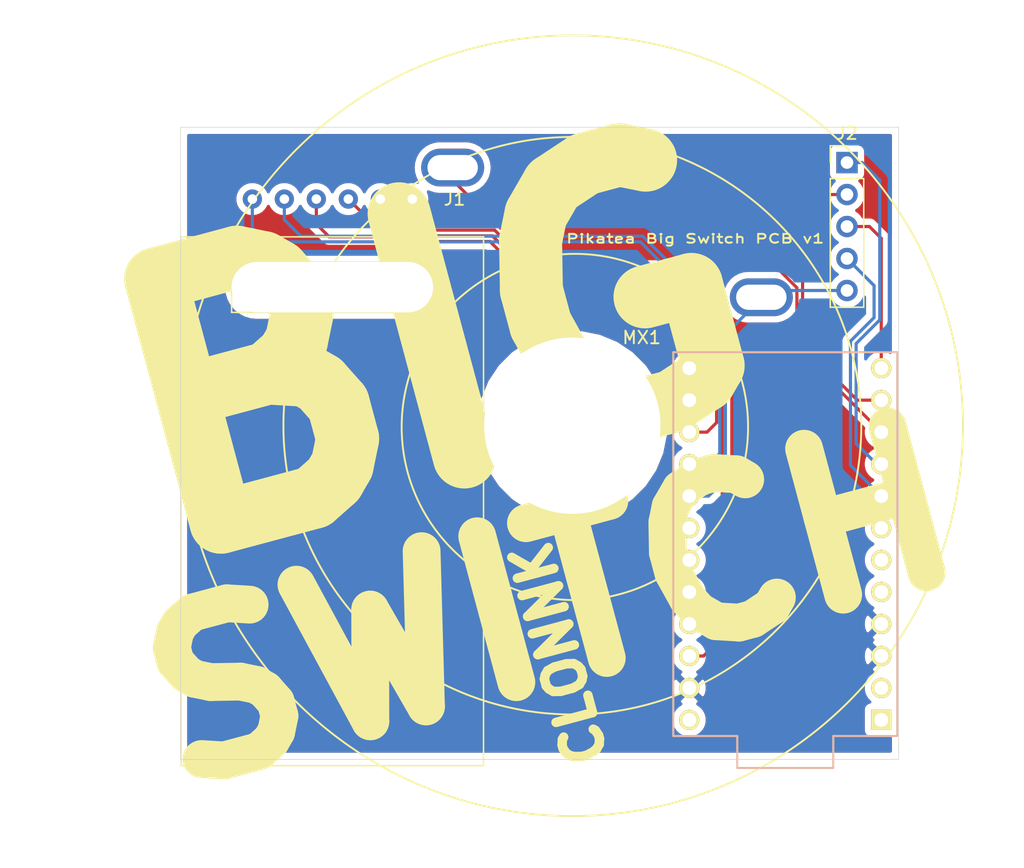
<source format=kicad_pcb>
(kicad_pcb (version 20171130) (host pcbnew "(5.1.6)-1")

  (general
    (thickness 1.6)
    (drawings 11)
    (tracks 79)
    (zones 0)
    (modules 4)
    (nets 23)
  )

  (page A4)
  (layers
    (0 F.Cu signal)
    (31 B.Cu signal)
    (32 B.Adhes user)
    (33 F.Adhes user)
    (34 B.Paste user)
    (35 F.Paste user)
    (36 B.SilkS user)
    (37 F.SilkS user)
    (38 B.Mask user)
    (39 F.Mask user)
    (40 Dwgs.User user)
    (41 Cmts.User user)
    (42 Eco1.User user)
    (43 Eco2.User user)
    (44 Edge.Cuts user)
    (45 Margin user)
    (46 B.CrtYd user)
    (47 F.CrtYd user)
    (48 B.Fab user)
    (49 F.Fab user)
  )

  (setup
    (last_trace_width 0.25)
    (trace_clearance 0.2)
    (zone_clearance 0.508)
    (zone_45_only no)
    (trace_min 0.2)
    (via_size 0.8)
    (via_drill 0.4)
    (via_min_size 0.4)
    (via_min_drill 0.3)
    (uvia_size 0.3)
    (uvia_drill 0.1)
    (uvias_allowed no)
    (uvia_min_size 0.2)
    (uvia_min_drill 0.1)
    (edge_width 0.05)
    (segment_width 0.2)
    (pcb_text_width 0.3)
    (pcb_text_size 1.5 1.5)
    (mod_edge_width 0.12)
    (mod_text_size 1 1)
    (mod_text_width 0.15)
    (pad_size 1.524 1.524)
    (pad_drill 0.762)
    (pad_to_mask_clearance 0.05)
    (aux_axis_origin 0 0)
    (visible_elements 7FFFFFFF)
    (pcbplotparams
      (layerselection 0x010fc_ffffffff)
      (usegerberextensions false)
      (usegerberattributes true)
      (usegerberadvancedattributes true)
      (creategerberjobfile true)
      (excludeedgelayer true)
      (linewidth 0.100000)
      (plotframeref false)
      (viasonmask false)
      (mode 1)
      (useauxorigin false)
      (hpglpennumber 1)
      (hpglpenspeed 20)
      (hpglpendiameter 15.000000)
      (psnegative false)
      (psa4output false)
      (plotreference true)
      (plotvalue true)
      (plotinvisibletext false)
      (padsonsilk false)
      (subtractmaskfromsilk false)
      (outputformat 1)
      (mirror false)
      (drillshape 0)
      (scaleselection 1)
      (outputdirectory "Gerbers"))
  )

  (net 0 "")
  (net 1 /MISO)
  (net 2 /MOSI)
  (net 3 VCC)
  (net 4 GND)
  (net 5 /SCK)
  (net 6 /CS)
  (net 7 /A0)
  (net 8 /D5)
  (net 9 /D9)
  (net 10 /D8)
  (net 11 /D6)
  (net 12 "Net-(U1-Pad24)")
  (net 13 "Net-(U1-Pad21)")
  (net 14 "Net-(U1-Pad20)")
  (net 15 "Net-(U1-Pad19)")
  (net 16 "Net-(U1-Pad18)")
  (net 17 /D7)
  (net 18 "Net-(U1-Pad7)")
  (net 19 "Net-(U1-Pad6)")
  (net 20 "Net-(U1-Pad5)")
  (net 21 "Net-(U1-Pad2)")
  (net 22 "Net-(U1-Pad1)")

  (net_class Default "This is the default net class."
    (clearance 0.2)
    (trace_width 0.25)
    (via_dia 0.8)
    (via_drill 0.4)
    (uvia_dia 0.3)
    (uvia_drill 0.1)
    (add_net /A0)
    (add_net /CS)
    (add_net /D5)
    (add_net /D6)
    (add_net /D7)
    (add_net /D8)
    (add_net /D9)
    (add_net /MISO)
    (add_net /MOSI)
    (add_net /SCK)
    (add_net GND)
    (add_net "Net-(U1-Pad1)")
    (add_net "Net-(U1-Pad18)")
    (add_net "Net-(U1-Pad19)")
    (add_net "Net-(U1-Pad2)")
    (add_net "Net-(U1-Pad20)")
    (add_net "Net-(U1-Pad21)")
    (add_net "Net-(U1-Pad24)")
    (add_net "Net-(U1-Pad5)")
    (add_net "Net-(U1-Pad6)")
    (add_net "Net-(U1-Pad7)")
    (add_net VCC)
  )

  (module Pikatea:SDcardModule-BottomSideDown (layer F.Cu) (tedit 6011B744) (tstamp 60121953)
    (at 125.25 92.7)
    (path /6011A6B2)
    (fp_text reference J1 (at 9.7 -7) (layer F.SilkS)
      (effects (font (size 1 1) (thickness 0.15)))
    )
    (fp_text value Conn_01x06_Male (at 0 -5.5) (layer F.Fab)
      (effects (font (size 1 1) (thickness 0.15)))
    )
    (fp_line (start 12 38) (end -12 38) (layer F.SilkS) (width 0.12))
    (fp_line (start -12 -4) (end -12 38) (layer F.SilkS) (width 0.12))
    (fp_line (start 12 -4) (end 12 38) (layer F.SilkS) (width 0.12))
    (fp_line (start -12 -4) (end 12 -4) (layer F.SilkS) (width 0.12))
    (fp_line (start 8 2) (end -8 2) (layer F.SilkS) (width 0.12))
    (fp_line (start 8 2) (end 8 -2) (layer F.SilkS) (width 0.12))
    (fp_line (start 8 -2) (end -8 -2) (layer F.SilkS) (width 0.12))
    (fp_line (start -8 -2) (end -8 2) (layer F.SilkS) (width 0.12))
    (pad "" np_thru_hole oval (at 0 0) (size 16 4) (drill oval 16 4) (layers *.Cu *.Mask))
    (pad 3 thru_hole circle (at 1.27 -7) (size 1.524 1.524) (drill 0.762) (layers *.Cu *.Mask)
      (net 1 /MISO))
    (pad 4 thru_hole circle (at -1.27 -7) (size 1.524 1.524) (drill 0.762) (layers *.Cu *.Mask)
      (net 2 /MOSI))
    (pad 2 thru_hole circle (at 3.81 -7) (size 1.524 1.524) (drill 0.762) (layers *.Cu *.Mask)
      (net 3 VCC))
    (pad 1 thru_hole circle (at 6.35 -7) (size 1.524 1.524) (drill 0.762) (layers *.Cu *.Mask)
      (net 4 GND))
    (pad 5 thru_hole circle (at -3.81 -7) (size 1.524 1.524) (drill 0.762) (layers *.Cu *.Mask)
      (net 5 /SCK))
    (pad 6 thru_hole circle (at -6.35 -7) (size 1.524 1.524) (drill 0.762) (layers *.Cu *.Mask)
      (net 6 /CS))
  )

  (module Pikatea:BigSwitch (layer F.Cu) (tedit 6011B74F) (tstamp 6012105A)
    (at 144.3 103.7)
    (path /6011AADF)
    (fp_text reference MX1 (at 5.5 -7) (layer F.SilkS)
      (effects (font (size 1 1) (thickness 0.15)))
    )
    (fp_text value MX-NoLED (at 0.1 -8.4) (layer F.Fab)
      (effects (font (size 1 1) (thickness 0.15)))
    )
    (pad 1 thru_hole oval (at -9.5 -20.5) (size 5 3) (drill oval 4 2) (layers *.Cu *.Mask)
      (net 17 /D7))
    (pad 2 thru_hole oval (at 15 -10.2) (size 5 3) (drill oval 4 2) (layers *.Cu *.Mask)
      (net 7 /A0))
    (pad "" np_thru_hole circle (at 0 0) (size 14 14) (drill 14) (layers *.Cu *.Mask))
  )

  (module promicro:ProMicro (layer F.Cu) (tedit 5A06A962) (tstamp 60120D39)
    (at 161.2 113.1 90)
    (descr "Pro Micro footprint")
    (tags "promicro ProMicro")
    (path /6011CDE2)
    (fp_text reference U1 (at 0 -10.16 90) (layer F.SilkS) hide
      (effects (font (size 1 1) (thickness 0.15)))
    )
    (fp_text value ProMicro (at 0 10.16 90) (layer F.Fab)
      (effects (font (size 1 1) (thickness 0.15)))
    )
    (fp_line (start 15.24 -8.89) (end 15.24 8.89) (layer F.SilkS) (width 0.15))
    (fp_line (start -15.24 -8.89) (end 15.24 -8.89) (layer F.SilkS) (width 0.15))
    (fp_line (start -15.24 -3.81) (end -15.24 -8.89) (layer F.SilkS) (width 0.15))
    (fp_line (start -17.78 -3.81) (end -15.24 -3.81) (layer F.SilkS) (width 0.15))
    (fp_line (start -17.78 3.81) (end -17.78 -3.81) (layer F.SilkS) (width 0.15))
    (fp_line (start -15.24 3.81) (end -17.78 3.81) (layer F.SilkS) (width 0.15))
    (fp_line (start -15.24 8.89) (end -15.24 3.81) (layer F.SilkS) (width 0.15))
    (fp_line (start -15.24 8.89) (end 15.24 8.89) (layer F.SilkS) (width 0.15))
    (fp_line (start -15.24 -8.89) (end 15.24 -8.89) (layer B.SilkS) (width 0.15))
    (fp_line (start -15.24 -3.81) (end -15.24 -8.89) (layer B.SilkS) (width 0.15))
    (fp_line (start -17.78 -3.81) (end -15.24 -3.81) (layer B.SilkS) (width 0.15))
    (fp_line (start -17.78 3.81) (end -17.78 -3.81) (layer B.SilkS) (width 0.15))
    (fp_line (start -15.24 3.81) (end -17.78 3.81) (layer B.SilkS) (width 0.15))
    (fp_line (start -15.24 8.89) (end -15.24 3.81) (layer B.SilkS) (width 0.15))
    (fp_line (start 15.24 8.89) (end -15.24 8.89) (layer B.SilkS) (width 0.15))
    (fp_line (start 15.24 -8.89) (end 15.24 8.89) (layer B.SilkS) (width 0.15))
    (pad 24 thru_hole circle (at -13.97 -7.62 90) (size 1.6 1.6) (drill 1.1) (layers *.Cu *.Mask F.SilkS)
      (net 12 "Net-(U1-Pad24)"))
    (pad 23 thru_hole circle (at -11.43 -7.62 90) (size 1.6 1.6) (drill 1.1) (layers *.Cu *.Mask F.SilkS)
      (net 4 GND))
    (pad 22 thru_hole circle (at -8.89 -7.62 90) (size 1.6 1.6) (drill 1.1) (layers *.Cu *.Mask F.SilkS)
      (net 3 VCC))
    (pad 21 thru_hole circle (at -6.35 -7.62 90) (size 1.6 1.6) (drill 1.1) (layers *.Cu *.Mask F.SilkS)
      (net 13 "Net-(U1-Pad21)"))
    (pad 20 thru_hole circle (at -3.81 -7.62 90) (size 1.6 1.6) (drill 1.1) (layers *.Cu *.Mask F.SilkS)
      (net 14 "Net-(U1-Pad20)"))
    (pad 19 thru_hole circle (at -1.27 -7.62 90) (size 1.6 1.6) (drill 1.1) (layers *.Cu *.Mask F.SilkS)
      (net 15 "Net-(U1-Pad19)"))
    (pad 18 thru_hole circle (at 1.27 -7.62 90) (size 1.6 1.6) (drill 1.1) (layers *.Cu *.Mask F.SilkS)
      (net 16 "Net-(U1-Pad18)"))
    (pad 17 thru_hole circle (at 3.81 -7.62 90) (size 1.6 1.6) (drill 1.1) (layers *.Cu *.Mask F.SilkS)
      (net 7 /A0))
    (pad 16 thru_hole circle (at 6.35 -7.62 90) (size 1.6 1.6) (drill 1.1) (layers *.Cu *.Mask F.SilkS)
      (net 5 /SCK))
    (pad 15 thru_hole circle (at 8.89 -7.62 90) (size 1.6 1.6) (drill 1.1) (layers *.Cu *.Mask F.SilkS)
      (net 1 /MISO))
    (pad 14 thru_hole circle (at 11.43 -7.62 90) (size 1.6 1.6) (drill 1.1) (layers *.Cu *.Mask F.SilkS)
      (net 2 /MOSI))
    (pad 13 thru_hole circle (at 13.97 -7.62 90) (size 1.6 1.6) (drill 1.1) (layers *.Cu *.Mask F.SilkS)
      (net 6 /CS))
    (pad 12 thru_hole circle (at 13.97 7.62 90) (size 1.6 1.6) (drill 1.1) (layers *.Cu *.Mask F.SilkS)
      (net 9 /D9))
    (pad 11 thru_hole circle (at 11.43 7.62 90) (size 1.6 1.6) (drill 1.1) (layers *.Cu *.Mask F.SilkS)
      (net 10 /D8))
    (pad 10 thru_hole circle (at 8.89 7.62 90) (size 1.6 1.6) (drill 1.1) (layers *.Cu *.Mask F.SilkS)
      (net 17 /D7))
    (pad 9 thru_hole circle (at 6.35 7.62 90) (size 1.6 1.6) (drill 1.1) (layers *.Cu *.Mask F.SilkS)
      (net 11 /D6))
    (pad 8 thru_hole circle (at 3.81 7.62 90) (size 1.6 1.6) (drill 1.1) (layers *.Cu *.Mask F.SilkS)
      (net 8 /D5))
    (pad 7 thru_hole circle (at 1.27 7.62 90) (size 1.6 1.6) (drill 1.1) (layers *.Cu *.Mask F.SilkS)
      (net 18 "Net-(U1-Pad7)"))
    (pad 6 thru_hole circle (at -1.27 7.62 90) (size 1.6 1.6) (drill 1.1) (layers *.Cu *.Mask F.SilkS)
      (net 19 "Net-(U1-Pad6)"))
    (pad 5 thru_hole circle (at -3.81 7.62 90) (size 1.6 1.6) (drill 1.1) (layers *.Cu *.Mask F.SilkS)
      (net 20 "Net-(U1-Pad5)"))
    (pad 4 thru_hole circle (at -6.35 7.62 90) (size 1.6 1.6) (drill 1.1) (layers *.Cu *.Mask F.SilkS)
      (net 4 GND))
    (pad 3 thru_hole circle (at -8.89 7.62 90) (size 1.6 1.6) (drill 1.1) (layers *.Cu *.Mask F.SilkS)
      (net 4 GND))
    (pad 2 thru_hole circle (at -11.43 7.62 90) (size 1.6 1.6) (drill 1.1) (layers *.Cu *.Mask F.SilkS)
      (net 21 "Net-(U1-Pad2)"))
    (pad 1 thru_hole rect (at -13.97 7.62 90) (size 1.6 1.6) (drill 1.1) (layers *.Cu *.Mask F.SilkS)
      (net 22 "Net-(U1-Pad1)"))
  )

  (module Connector_PinHeader_2.54mm:PinHeader_1x05_P2.54mm_Vertical (layer F.Cu) (tedit 59FED5CC) (tstamp 6012135A)
    (at 166.1 82.8)
    (descr "Through hole straight pin header, 1x05, 2.54mm pitch, single row")
    (tags "Through hole pin header THT 1x05 2.54mm single row")
    (path /6011BC57)
    (fp_text reference J2 (at 0 -2.33) (layer F.SilkS)
      (effects (font (size 1 1) (thickness 0.15)))
    )
    (fp_text value Conn_01x05_Female (at 0 12.49) (layer F.Fab)
      (effects (font (size 1 1) (thickness 0.15)))
    )
    (fp_line (start 1.8 -1.8) (end -1.8 -1.8) (layer F.CrtYd) (width 0.05))
    (fp_line (start 1.8 11.95) (end 1.8 -1.8) (layer F.CrtYd) (width 0.05))
    (fp_line (start -1.8 11.95) (end 1.8 11.95) (layer F.CrtYd) (width 0.05))
    (fp_line (start -1.8 -1.8) (end -1.8 11.95) (layer F.CrtYd) (width 0.05))
    (fp_line (start -1.33 -1.33) (end 0 -1.33) (layer F.SilkS) (width 0.12))
    (fp_line (start -1.33 0) (end -1.33 -1.33) (layer F.SilkS) (width 0.12))
    (fp_line (start -1.33 1.27) (end 1.33 1.27) (layer F.SilkS) (width 0.12))
    (fp_line (start 1.33 1.27) (end 1.33 11.49) (layer F.SilkS) (width 0.12))
    (fp_line (start -1.33 1.27) (end -1.33 11.49) (layer F.SilkS) (width 0.12))
    (fp_line (start -1.33 11.49) (end 1.33 11.49) (layer F.SilkS) (width 0.12))
    (fp_line (start -1.27 -0.635) (end -0.635 -1.27) (layer F.Fab) (width 0.1))
    (fp_line (start -1.27 11.43) (end -1.27 -0.635) (layer F.Fab) (width 0.1))
    (fp_line (start 1.27 11.43) (end -1.27 11.43) (layer F.Fab) (width 0.1))
    (fp_line (start 1.27 -1.27) (end 1.27 11.43) (layer F.Fab) (width 0.1))
    (fp_line (start -0.635 -1.27) (end 1.27 -1.27) (layer F.Fab) (width 0.1))
    (fp_text user %R (at 0 5.08 90) (layer F.Fab)
      (effects (font (size 1 1) (thickness 0.15)))
    )
    (pad 5 thru_hole oval (at 0 10.16) (size 1.7 1.7) (drill 1) (layers *.Cu *.Mask)
      (net 7 /A0))
    (pad 4 thru_hole oval (at 0 7.62) (size 1.7 1.7) (drill 1) (layers *.Cu *.Mask)
      (net 8 /D5))
    (pad 3 thru_hole oval (at 0 5.08) (size 1.7 1.7) (drill 1) (layers *.Cu *.Mask)
      (net 9 /D9))
    (pad 2 thru_hole oval (at 0 2.54) (size 1.7 1.7) (drill 1) (layers *.Cu *.Mask)
      (net 10 /D8))
    (pad 1 thru_hole rect (at 0 0) (size 1.7 1.7) (drill 1) (layers *.Cu *.Mask)
      (net 11 /D6))
    (model ${KISYS3DMOD}/Connector_PinHeader_2.54mm.3dshapes/PinHeader_1x05_P2.54mm_Vertical.wrl
      (at (xyz 0 0 0))
      (scale (xyz 1 1 1))
      (rotate (xyz 0 0 0))
    )
  )

  (gr_text "SWITCH\n" (at 142.6 117.75 15) (layer F.SilkS) (tstamp 6012EA86)
    (effects (font (size 12 12) (thickness 3)))
  )
  (gr_text BIG (at 133.4 97.5 15) (layer F.SilkS)
    (effects (font (size 20 20) (thickness 5)))
  )
  (gr_circle (center 144.5 103.8) (end 158.248091 103.8) (layer F.SilkS) (width 0.15))
  (gr_text CLONNK (at 143.25 121.8 105) (layer F.SilkS)
    (effects (font (size 3 3) (thickness 0.75)))
  )
  (gr_text "Pikatea Big Switch PCB v1" (at 154.05 88.85) (layer F.SilkS)
    (effects (font (size 0.7 1) (thickness 0.15)))
  )
  (gr_circle (center 144.3 103.7) (end 167.234036 103.7) (layer F.SilkS) (width 0.15))
  (gr_circle (center 144.3 103.7) (end 175.302581 103.7) (layer F.SilkS) (width 0.15))
  (gr_line (start 113.2 80) (end 113.2 130.2) (layer Edge.Cuts) (width 0.05) (tstamp 60121643))
  (gr_line (start 170.2 80) (end 113.2 80) (layer Edge.Cuts) (width 0.05))
  (gr_line (start 170.2 130.2) (end 170.2 80) (layer Edge.Cuts) (width 0.05))
  (gr_line (start 113.2 130.2) (end 170.2 130.2) (layer Edge.Cuts) (width 0.05))

  (segment (start 126.52 85.7) (end 128.72 87.9) (width 0.25) (layer F.Cu) (net 1))
  (segment (start 130.62359 87.9) (end 131.341805 88.618215) (width 0.25) (layer F.Cu) (net 1))
  (segment (start 128.72 87.9) (end 130.62359 87.9) (width 0.25) (layer F.Cu) (net 1))
  (segment (start 137.945395 88.618215) (end 141.4272 92.10002) (width 0.25) (layer F.Cu) (net 1))
  (segment (start 141.4272 92.10002) (end 151.66361 92.10002) (width 0.25) (layer F.Cu) (net 1))
  (segment (start 151.66361 92.10002) (end 155.74999 96.1864) (width 0.25) (layer F.Cu) (net 1))
  (segment (start 155.74999 96.1864) (end 155.74999 103.45001) (width 0.25) (layer F.Cu) (net 1))
  (segment (start 154.99 104.21) (end 153.58 104.21) (width 0.25) (layer F.Cu) (net 1))
  (segment (start 155.74999 103.45001) (end 154.99 104.21) (width 0.25) (layer F.Cu) (net 1))
  (segment (start 137.945395 88.618215) (end 131.341805 88.618215) (width 0.25) (layer F.Cu) (net 1))
  (segment (start 155.13 101.67) (end 153.58 101.67) (width 0.25) (layer F.Cu) (net 2))
  (segment (start 155.29998 96.3728) (end 155.29998 101.50002) (width 0.25) (layer F.Cu) (net 2))
  (segment (start 151.47721 92.55003) (end 155.29998 96.3728) (width 0.25) (layer F.Cu) (net 2))
  (segment (start 137.758995 89.068225) (end 141.2408 92.55003) (width 0.25) (layer F.Cu) (net 2))
  (segment (start 123.98 85.7) (end 123.98 87.68) (width 0.25) (layer F.Cu) (net 2))
  (segment (start 130.78718 88.7) (end 131.155405 89.068225) (width 0.25) (layer F.Cu) (net 2))
  (segment (start 155.29998 101.50002) (end 155.13 101.67) (width 0.25) (layer F.Cu) (net 2))
  (segment (start 123.98 87.68) (end 125 88.7) (width 0.25) (layer F.Cu) (net 2))
  (segment (start 125 88.7) (end 130.78718 88.7) (width 0.25) (layer F.Cu) (net 2))
  (segment (start 141.2408 92.55003) (end 151.47721 92.55003) (width 0.25) (layer F.Cu) (net 2))
  (segment (start 131.155405 89.068225) (end 137.758995 89.068225) (width 0.25) (layer F.Cu) (net 2))
  (segment (start 154.71 121.99) (end 153.58 121.99) (width 0.25) (layer F.Cu) (net 3))
  (segment (start 156.2 120.5) (end 154.71 121.99) (width 0.25) (layer F.Cu) (net 3))
  (segment (start 141.6136 91.65001) (end 151.85001 91.65001) (width 0.25) (layer F.Cu) (net 3))
  (segment (start 129.06 85.7) (end 131.528205 88.168205) (width 0.25) (layer F.Cu) (net 3))
  (segment (start 156.2 96) (end 156.2 120.5) (width 0.25) (layer F.Cu) (net 3))
  (segment (start 138.131795 88.168205) (end 141.6136 91.65001) (width 0.25) (layer F.Cu) (net 3))
  (segment (start 151.85001 91.65001) (end 156.2 96) (width 0.25) (layer F.Cu) (net 3))
  (segment (start 131.528205 88.168205) (end 138.131795 88.168205) (width 0.25) (layer F.Cu) (net 3))
  (segment (start 155.15 106.75) (end 153.58 106.75) (width 0.25) (layer B.Cu) (net 5))
  (segment (start 156 98.36999) (end 156 105.9) (width 0.25) (layer B.Cu) (net 5))
  (segment (start 154.03001 96.4) (end 156 98.36999) (width 0.25) (layer B.Cu) (net 5))
  (segment (start 121.44 87.34) (end 122.74999 88.64999) (width 0.25) (layer B.Cu) (net 5))
  (segment (start 122.74999 88.64999) (end 149.886401 88.649991) (width 0.25) (layer B.Cu) (net 5))
  (segment (start 154.03001 92.7936) (end 154.03001 96.4) (width 0.25) (layer B.Cu) (net 5))
  (segment (start 156 105.9) (end 155.15 106.75) (width 0.25) (layer B.Cu) (net 5))
  (segment (start 121.44 85.7) (end 121.44 87.34) (width 0.25) (layer B.Cu) (net 5))
  (segment (start 149.886401 88.649991) (end 154.03001 92.7936) (width 0.25) (layer B.Cu) (net 5))
  (segment (start 118.9 85.7) (end 118.9 88) (width 0.25) (layer B.Cu) (net 6))
  (segment (start 118.9 88) (end 120 89.1) (width 0.25) (layer B.Cu) (net 6))
  (segment (start 153.58 92.98) (end 153.58 99.13) (width 0.25) (layer B.Cu) (net 6))
  (segment (start 149.7 89.1) (end 153.58 92.98) (width 0.25) (layer B.Cu) (net 6))
  (segment (start 149.7 89.1) (end 120 89.1) (width 0.25) (layer B.Cu) (net 6))
  (segment (start 159.84 92.96) (end 159.3 93.5) (width 0.25) (layer B.Cu) (net 7))
  (segment (start 166.1 92.96) (end 159.84 92.96) (width 0.25) (layer B.Cu) (net 7))
  (segment (start 153.58 109.29) (end 155.11 109.29) (width 0.25) (layer B.Cu) (net 7))
  (segment (start 156.1 106.43641) (end 156.45001 106.0864) (width 0.25) (layer B.Cu) (net 7))
  (segment (start 155.11 109.29) (end 156.1 108.3) (width 0.25) (layer B.Cu) (net 7))
  (segment (start 156.1 108.3) (end 156.1 106.43641) (width 0.25) (layer B.Cu) (net 7))
  (segment (start 156.45001 106.0864) (end 156.45001 96.44999) (width 0.25) (layer B.Cu) (net 7))
  (segment (start 159.3 93.6) (end 159.3 93.5) (width 0.25) (layer B.Cu) (net 7))
  (segment (start 156.45001 96.44999) (end 159.3 93.6) (width 0.25) (layer B.Cu) (net 7))
  (segment (start 167.275001 107.745001) (end 168.82 109.29) (width 0.25) (layer B.Cu) (net 8))
  (segment (start 166.1 90.42) (end 168.24999 92.56999) (width 0.25) (layer B.Cu) (net 8))
  (segment (start 166.374982 96.988608) (end 166.374982 106.844982) (width 0.25) (layer B.Cu) (net 8))
  (segment (start 166.374982 106.844982) (end 167.275001 107.745001) (width 0.25) (layer B.Cu) (net 8))
  (segment (start 168.24999 95.1136) (end 166.374982 96.988608) (width 0.25) (layer B.Cu) (net 8))
  (segment (start 168.24999 92.56999) (end 168.24999 95.1136) (width 0.25) (layer B.Cu) (net 8))
  (segment (start 168.82 99.13) (end 168.82 88.82) (width 0.25) (layer F.Cu) (net 9))
  (segment (start 167.88 87.88) (end 166.1 87.88) (width 0.25) (layer F.Cu) (net 9))
  (segment (start 168.82 88.82) (end 167.88 87.88) (width 0.25) (layer F.Cu) (net 9))
  (segment (start 162.57502 86.32498) (end 163.56 85.34) (width 0.25) (layer F.Cu) (net 10))
  (segment (start 162.57502 97.32861) (end 162.57502 86.32498) (width 0.25) (layer F.Cu) (net 10))
  (segment (start 163.56 85.34) (end 166.1 85.34) (width 0.25) (layer F.Cu) (net 10))
  (segment (start 168.82 101.67) (end 166.91641 101.67) (width 0.25) (layer F.Cu) (net 10))
  (segment (start 166.91641 101.67) (end 162.57502 97.32861) (width 0.25) (layer F.Cu) (net 10))
  (segment (start 166.1 82.8) (end 167.3 82.8) (width 0.25) (layer B.Cu) (net 11))
  (segment (start 167.3 82.8) (end 168.7 84.2) (width 0.25) (layer B.Cu) (net 11))
  (segment (start 168.7 84.2) (end 168.7 95.3) (width 0.25) (layer B.Cu) (net 11))
  (segment (start 166.824992 97.175008) (end 166.824992 105.124992) (width 0.25) (layer B.Cu) (net 11))
  (segment (start 168.7 95.3) (end 166.824992 97.175008) (width 0.25) (layer B.Cu) (net 11))
  (segment (start 168.45 106.75) (end 168.82 106.75) (width 0.25) (layer B.Cu) (net 11))
  (segment (start 166.824992 105.124992) (end 168.45 106.75) (width 0.25) (layer B.Cu) (net 11))
  (segment (start 168.82 104.21) (end 162.12501 97.51501) (width 0.25) (layer F.Cu) (net 17))
  (segment (start 162.12501 92.744057) (end 160.580953 91.2) (width 0.25) (layer F.Cu) (net 17))
  (segment (start 162.12501 97.51501) (end 162.12501 92.744057) (width 0.25) (layer F.Cu) (net 17))
  (segment (start 160.580953 91.2) (end 141.8 91.2) (width 0.25) (layer F.Cu) (net 17))
  (segment (start 134.8 84.2) (end 134.8 83.2) (width 0.25) (layer F.Cu) (net 17))
  (segment (start 141.8 91.2) (end 134.8 84.2) (width 0.25) (layer F.Cu) (net 17))

  (zone (net 4) (net_name GND) (layer B.Cu) (tstamp 6012EE44) (hatch edge 0.508)
    (connect_pads (clearance 0.508))
    (min_thickness 0.254)
    (fill yes (arc_segments 32) (thermal_gap 0.508) (thermal_bridge_width 0.508))
    (polygon
      (pts
        (xy 171.1 79.4) (xy 171.1 131.3) (xy 111.2 131.5) (xy 112.1 79.1) (xy 151.5 79.2)
      )
    )
    (filled_polygon
      (pts
        (xy 169.540001 97.88523) (xy 169.499727 97.85832) (xy 169.238574 97.750147) (xy 168.961335 97.695) (xy 168.678665 97.695)
        (xy 168.401426 97.750147) (xy 168.140273 97.85832) (xy 167.905241 98.015363) (xy 167.705363 98.215241) (xy 167.584992 98.395389)
        (xy 167.584992 97.489809) (xy 169.211003 95.863799) (xy 169.240001 95.840001) (xy 169.334974 95.724276) (xy 169.405546 95.592247)
        (xy 169.449003 95.448986) (xy 169.46 95.337333) (xy 169.46 95.337325) (xy 169.463676 95.3) (xy 169.46 95.262675)
        (xy 169.46 84.237322) (xy 169.463676 84.2) (xy 169.46 84.162677) (xy 169.46 84.162667) (xy 169.449003 84.051014)
        (xy 169.405546 83.907753) (xy 169.334975 83.775725) (xy 169.334974 83.775723) (xy 169.263799 83.688997) (xy 169.240001 83.659999)
        (xy 169.211004 83.636202) (xy 167.863804 82.289003) (xy 167.840001 82.259999) (xy 167.724276 82.165026) (xy 167.592247 82.094454)
        (xy 167.588072 82.093188) (xy 167.588072 81.95) (xy 167.575812 81.825518) (xy 167.539502 81.70582) (xy 167.480537 81.595506)
        (xy 167.401185 81.498815) (xy 167.304494 81.419463) (xy 167.19418 81.360498) (xy 167.074482 81.324188) (xy 166.95 81.311928)
        (xy 165.25 81.311928) (xy 165.125518 81.324188) (xy 165.00582 81.360498) (xy 164.895506 81.419463) (xy 164.798815 81.498815)
        (xy 164.719463 81.595506) (xy 164.660498 81.70582) (xy 164.624188 81.825518) (xy 164.611928 81.95) (xy 164.611928 83.65)
        (xy 164.624188 83.774482) (xy 164.660498 83.89418) (xy 164.719463 84.004494) (xy 164.798815 84.101185) (xy 164.895506 84.180537)
        (xy 165.00582 84.239502) (xy 165.07838 84.261513) (xy 164.946525 84.393368) (xy 164.78401 84.636589) (xy 164.672068 84.906842)
        (xy 164.615 85.19374) (xy 164.615 85.48626) (xy 164.672068 85.773158) (xy 164.78401 86.043411) (xy 164.946525 86.286632)
        (xy 165.153368 86.493475) (xy 165.32776 86.61) (xy 165.153368 86.726525) (xy 164.946525 86.933368) (xy 164.78401 87.176589)
        (xy 164.672068 87.446842) (xy 164.615 87.73374) (xy 164.615 88.02626) (xy 164.672068 88.313158) (xy 164.78401 88.583411)
        (xy 164.946525 88.826632) (xy 165.153368 89.033475) (xy 165.32776 89.15) (xy 165.153368 89.266525) (xy 164.946525 89.473368)
        (xy 164.78401 89.716589) (xy 164.672068 89.986842) (xy 164.615 90.27374) (xy 164.615 90.56626) (xy 164.672068 90.853158)
        (xy 164.78401 91.123411) (xy 164.946525 91.366632) (xy 165.153368 91.573475) (xy 165.32776 91.69) (xy 165.153368 91.806525)
        (xy 164.946525 92.013368) (xy 164.821822 92.2) (xy 161.995046 92.2) (xy 161.816977 91.983023) (xy 161.491881 91.716223)
        (xy 161.120982 91.517974) (xy 160.718533 91.395892) (xy 160.404882 91.365) (xy 158.195118 91.365) (xy 157.881467 91.395892)
        (xy 157.479018 91.517974) (xy 157.108119 91.716223) (xy 156.783023 91.983023) (xy 156.516223 92.308119) (xy 156.317974 92.679018)
        (xy 156.195892 93.081467) (xy 156.15467 93.5) (xy 156.195892 93.918533) (xy 156.317974 94.320982) (xy 156.516223 94.691881)
        (xy 156.783023 95.016977) (xy 156.796863 95.028335) (xy 155.939008 95.886191) (xy 155.91001 95.909989) (xy 155.886212 95.938987)
        (xy 155.886211 95.938988) (xy 155.815036 96.025714) (xy 155.744464 96.157744) (xy 155.701008 96.301005) (xy 155.686334 96.44999)
        (xy 155.690011 96.487322) (xy 155.690011 96.985199) (xy 154.79001 96.085199) (xy 154.79001 92.830922) (xy 154.793686 92.793599)
        (xy 154.79001 92.756276) (xy 154.79001 92.756267) (xy 154.779013 92.644614) (xy 154.735556 92.501353) (xy 154.702761 92.439999)
        (xy 154.664984 92.369323) (xy 154.593809 92.282597) (xy 154.570011 92.253599) (xy 154.541014 92.229802) (xy 150.450198 88.138987)
        (xy 150.426402 88.109991) (xy 150.397403 88.086192) (xy 150.310677 88.015017) (xy 150.178647 87.944445) (xy 150.078843 87.914171)
        (xy 150.035387 87.900989) (xy 149.923734 87.889992) (xy 149.886401 87.886315) (xy 149.849069 87.889992) (xy 123.064792 87.88999)
        (xy 122.2 87.025199) (xy 122.2 86.872341) (xy 122.330535 86.78512) (xy 122.52512 86.590535) (xy 122.678005 86.361727)
        (xy 122.71 86.284485) (xy 122.741995 86.361727) (xy 122.89488 86.590535) (xy 123.089465 86.78512) (xy 123.318273 86.938005)
        (xy 123.57251 87.043314) (xy 123.842408 87.097) (xy 124.117592 87.097) (xy 124.38749 87.043314) (xy 124.641727 86.938005)
        (xy 124.870535 86.78512) (xy 125.06512 86.590535) (xy 125.218005 86.361727) (xy 125.25 86.284485) (xy 125.281995 86.361727)
        (xy 125.43488 86.590535) (xy 125.629465 86.78512) (xy 125.858273 86.938005) (xy 126.11251 87.043314) (xy 126.382408 87.097)
        (xy 126.657592 87.097) (xy 126.92749 87.043314) (xy 127.181727 86.938005) (xy 127.410535 86.78512) (xy 127.60512 86.590535)
        (xy 127.758005 86.361727) (xy 127.79 86.284485) (xy 127.821995 86.361727) (xy 127.97488 86.590535) (xy 128.169465 86.78512)
        (xy 128.398273 86.938005) (xy 128.65251 87.043314) (xy 128.922408 87.097) (xy 129.197592 87.097) (xy 129.46749 87.043314)
        (xy 129.721727 86.938005) (xy 129.950535 86.78512) (xy 130.07009 86.665565) (xy 130.81404 86.665565) (xy 130.88102 86.905656)
        (xy 131.130048 87.022756) (xy 131.397135 87.089023) (xy 131.672017 87.10191) (xy 131.944133 87.060922) (xy 132.203023 86.967636)
        (xy 132.31898 86.905656) (xy 132.38596 86.665565) (xy 131.6 85.879605) (xy 130.81404 86.665565) (xy 130.07009 86.665565)
        (xy 130.14512 86.590535) (xy 130.298005 86.361727) (xy 130.327692 86.290057) (xy 130.332364 86.303023) (xy 130.394344 86.41898)
        (xy 130.634435 86.48596) (xy 131.420395 85.7) (xy 130.634435 84.91404) (xy 130.394344 84.98102) (xy 130.330515 85.11676)
        (xy 130.298005 85.038273) (xy 130.14512 84.809465) (xy 130.07009 84.734435) (xy 130.81404 84.734435) (xy 131.6 85.520395)
        (xy 131.614143 85.506253) (xy 131.793748 85.685858) (xy 131.779605 85.7) (xy 132.565565 86.48596) (xy 132.805656 86.41898)
        (xy 132.922756 86.169952) (xy 132.989023 85.902865) (xy 133.00191 85.627983) (xy 132.960922 85.355867) (xy 132.879023 85.128578)
        (xy 132.979018 85.182026) (xy 133.381467 85.304108) (xy 133.695118 85.335) (xy 135.904882 85.335) (xy 136.218533 85.304108)
        (xy 136.620982 85.182026) (xy 136.991881 84.983777) (xy 137.316977 84.716977) (xy 137.583777 84.391881) (xy 137.782026 84.020982)
        (xy 137.904108 83.618533) (xy 137.94533 83.2) (xy 137.904108 82.781467) (xy 137.782026 82.379018) (xy 137.583777 82.008119)
        (xy 137.316977 81.683023) (xy 136.991881 81.416223) (xy 136.620982 81.217974) (xy 136.218533 81.095892) (xy 135.904882 81.065)
        (xy 133.695118 81.065) (xy 133.381467 81.095892) (xy 132.979018 81.217974) (xy 132.608119 81.416223) (xy 132.283023 81.683023)
        (xy 132.016223 82.008119) (xy 131.817974 82.379018) (xy 131.695892 82.781467) (xy 131.65467 83.2) (xy 131.695892 83.618533)
        (xy 131.817974 84.020982) (xy 131.998988 84.359637) (xy 131.802865 84.310977) (xy 131.527983 84.29809) (xy 131.255867 84.339078)
        (xy 130.996977 84.432364) (xy 130.88102 84.494344) (xy 130.81404 84.734435) (xy 130.07009 84.734435) (xy 129.950535 84.61488)
        (xy 129.721727 84.461995) (xy 129.46749 84.356686) (xy 129.197592 84.303) (xy 128.922408 84.303) (xy 128.65251 84.356686)
        (xy 128.398273 84.461995) (xy 128.169465 84.61488) (xy 127.97488 84.809465) (xy 127.821995 85.038273) (xy 127.79 85.115515)
        (xy 127.758005 85.038273) (xy 127.60512 84.809465) (xy 127.410535 84.61488) (xy 127.181727 84.461995) (xy 126.92749 84.356686)
        (xy 126.657592 84.303) (xy 126.382408 84.303) (xy 126.11251 84.356686) (xy 125.858273 84.461995) (xy 125.629465 84.61488)
        (xy 125.43488 84.809465) (xy 125.281995 85.038273) (xy 125.25 85.115515) (xy 125.218005 85.038273) (xy 125.06512 84.809465)
        (xy 124.870535 84.61488) (xy 124.641727 84.461995) (xy 124.38749 84.356686) (xy 124.117592 84.303) (xy 123.842408 84.303)
        (xy 123.57251 84.356686) (xy 123.318273 84.461995) (xy 123.089465 84.61488) (xy 122.89488 84.809465) (xy 122.741995 85.038273)
        (xy 122.71 85.115515) (xy 122.678005 85.038273) (xy 122.52512 84.809465) (xy 122.330535 84.61488) (xy 122.101727 84.461995)
        (xy 121.84749 84.356686) (xy 121.577592 84.303) (xy 121.302408 84.303) (xy 121.03251 84.356686) (xy 120.778273 84.461995)
        (xy 120.549465 84.61488) (xy 120.35488 84.809465) (xy 120.201995 85.038273) (xy 120.17 85.115515) (xy 120.138005 85.038273)
        (xy 119.98512 84.809465) (xy 119.790535 84.61488) (xy 119.561727 84.461995) (xy 119.30749 84.356686) (xy 119.037592 84.303)
        (xy 118.762408 84.303) (xy 118.49251 84.356686) (xy 118.238273 84.461995) (xy 118.009465 84.61488) (xy 117.81488 84.809465)
        (xy 117.661995 85.038273) (xy 117.556686 85.29251) (xy 117.503 85.562408) (xy 117.503 85.837592) (xy 117.556686 86.10749)
        (xy 117.661995 86.361727) (xy 117.81488 86.590535) (xy 118.009465 86.78512) (xy 118.140001 86.872341) (xy 118.140001 87.962668)
        (xy 118.136324 88) (xy 118.150998 88.148985) (xy 118.194454 88.292246) (xy 118.265026 88.424276) (xy 118.336201 88.511002)
        (xy 118.36 88.540001) (xy 118.388998 88.563799) (xy 119.4362 89.611002) (xy 119.459999 89.640001) (xy 119.488997 89.663799)
        (xy 119.575723 89.734974) (xy 119.669363 89.785026) (xy 119.707753 89.805546) (xy 119.851014 89.849003) (xy 119.962667 89.86)
        (xy 119.962677 89.86) (xy 120 89.863676) (xy 120.037323 89.86) (xy 149.385199 89.86) (xy 152.82 93.294802)
        (xy 152.820001 97.911956) (xy 152.665241 98.015363) (xy 152.465363 98.215241) (xy 152.30832 98.450273) (xy 152.200147 98.711426)
        (xy 152.145 98.988665) (xy 152.145 99.271335) (xy 152.200147 99.548574) (xy 152.30832 99.809727) (xy 152.465363 100.044759)
        (xy 152.665241 100.244637) (xy 152.897759 100.4) (xy 152.665241 100.555363) (xy 152.465363 100.755241) (xy 152.30832 100.990273)
        (xy 152.200147 101.251426) (xy 152.145 101.528665) (xy 152.145 101.811335) (xy 152.200147 102.088574) (xy 152.30832 102.349727)
        (xy 152.465363 102.584759) (xy 152.665241 102.784637) (xy 152.897759 102.94) (xy 152.665241 103.095363) (xy 152.465363 103.295241)
        (xy 152.30832 103.530273) (xy 152.200147 103.791426) (xy 152.145 104.068665) (xy 152.145 104.351335) (xy 152.200147 104.628574)
        (xy 152.30832 104.889727) (xy 152.465363 105.124759) (xy 152.665241 105.324637) (xy 152.897759 105.48) (xy 152.665241 105.635363)
        (xy 152.465363 105.835241) (xy 152.30832 106.070273) (xy 152.200147 106.331426) (xy 152.145 106.608665) (xy 152.145 106.891335)
        (xy 152.200147 107.168574) (xy 152.30832 107.429727) (xy 152.465363 107.664759) (xy 152.665241 107.864637) (xy 152.897759 108.02)
        (xy 152.665241 108.175363) (xy 152.465363 108.375241) (xy 152.30832 108.610273) (xy 152.200147 108.871426) (xy 152.145 109.148665)
        (xy 152.145 109.431335) (xy 152.200147 109.708574) (xy 152.30832 109.969727) (xy 152.465363 110.204759) (xy 152.665241 110.404637)
        (xy 152.897759 110.56) (xy 152.665241 110.715363) (xy 152.465363 110.915241) (xy 152.30832 111.150273) (xy 152.200147 111.411426)
        (xy 152.145 111.688665) (xy 152.145 111.971335) (xy 152.200147 112.248574) (xy 152.30832 112.509727) (xy 152.465363 112.744759)
        (xy 152.665241 112.944637) (xy 152.897759 113.1) (xy 152.665241 113.255363) (xy 152.465363 113.455241) (xy 152.30832 113.690273)
        (xy 152.200147 113.951426) (xy 152.145 114.228665) (xy 152.145 114.511335) (xy 152.200147 114.788574) (xy 152.30832 115.049727)
        (xy 152.465363 115.284759) (xy 152.665241 115.484637) (xy 152.897759 115.64) (xy 152.665241 115.795363) (xy 152.465363 115.995241)
        (xy 152.30832 116.230273) (xy 152.200147 116.491426) (xy 152.145 116.768665) (xy 152.145 117.051335) (xy 152.200147 117.328574)
        (xy 152.30832 117.589727) (xy 152.465363 117.824759) (xy 152.665241 118.024637) (xy 152.897759 118.18) (xy 152.665241 118.335363)
        (xy 152.465363 118.535241) (xy 152.30832 118.770273) (xy 152.200147 119.031426) (xy 152.145 119.308665) (xy 152.145 119.591335)
        (xy 152.200147 119.868574) (xy 152.30832 120.129727) (xy 152.465363 120.364759) (xy 152.665241 120.564637) (xy 152.897759 120.72)
        (xy 152.665241 120.875363) (xy 152.465363 121.075241) (xy 152.30832 121.310273) (xy 152.200147 121.571426) (xy 152.145 121.848665)
        (xy 152.145 122.131335) (xy 152.200147 122.408574) (xy 152.30832 122.669727) (xy 152.465363 122.904759) (xy 152.665241 123.104637)
        (xy 152.899128 123.260915) (xy 152.838486 123.293329) (xy 152.766903 123.537298) (xy 153.58 124.350395) (xy 154.393097 123.537298)
        (xy 154.321514 123.293329) (xy 154.257008 123.262806) (xy 154.259727 123.26168) (xy 154.494759 123.104637) (xy 154.694637 122.904759)
        (xy 154.85168 122.669727) (xy 154.959853 122.408574) (xy 155.015 122.131335) (xy 155.015 122.060512) (xy 167.379783 122.060512)
        (xy 167.421213 122.34013) (xy 167.516397 122.606292) (xy 167.583329 122.731514) (xy 167.827298 122.803097) (xy 168.640395 121.99)
        (xy 167.827298 121.176903) (xy 167.583329 121.248486) (xy 167.462429 121.503996) (xy 167.3937 121.778184) (xy 167.379783 122.060512)
        (xy 155.015 122.060512) (xy 155.015 121.848665) (xy 154.959853 121.571426) (xy 154.85168 121.310273) (xy 154.694637 121.075241)
        (xy 154.494759 120.875363) (xy 154.262241 120.72) (xy 154.494759 120.564637) (xy 154.694637 120.364759) (xy 154.85168 120.129727)
        (xy 154.959853 119.868574) (xy 155.015 119.591335) (xy 155.015 119.520512) (xy 167.379783 119.520512) (xy 167.421213 119.80013)
        (xy 167.516397 120.066292) (xy 167.583329 120.191514) (xy 167.827298 120.263097) (xy 168.640395 119.45) (xy 167.827298 118.636903)
        (xy 167.583329 118.708486) (xy 167.462429 118.963996) (xy 167.3937 119.238184) (xy 167.379783 119.520512) (xy 155.015 119.520512)
        (xy 155.015 119.308665) (xy 154.959853 119.031426) (xy 154.85168 118.770273) (xy 154.694637 118.535241) (xy 154.494759 118.335363)
        (xy 154.262241 118.18) (xy 154.494759 118.024637) (xy 154.694637 117.824759) (xy 154.85168 117.589727) (xy 154.959853 117.328574)
        (xy 155.015 117.051335) (xy 155.015 116.768665) (xy 154.959853 116.491426) (xy 154.85168 116.230273) (xy 154.694637 115.995241)
        (xy 154.494759 115.795363) (xy 154.262241 115.64) (xy 154.494759 115.484637) (xy 154.694637 115.284759) (xy 154.85168 115.049727)
        (xy 154.959853 114.788574) (xy 155.015 114.511335) (xy 155.015 114.228665) (xy 154.959853 113.951426) (xy 154.85168 113.690273)
        (xy 154.694637 113.455241) (xy 154.494759 113.255363) (xy 154.262241 113.1) (xy 154.494759 112.944637) (xy 154.694637 112.744759)
        (xy 154.85168 112.509727) (xy 154.959853 112.248574) (xy 155.015 111.971335) (xy 155.015 111.688665) (xy 154.959853 111.411426)
        (xy 154.85168 111.150273) (xy 154.694637 110.915241) (xy 154.494759 110.715363) (xy 154.262241 110.56) (xy 154.494759 110.404637)
        (xy 154.694637 110.204759) (xy 154.798043 110.05) (xy 155.072678 110.05) (xy 155.11 110.053676) (xy 155.147322 110.05)
        (xy 155.147333 110.05) (xy 155.258986 110.039003) (xy 155.402247 109.995546) (xy 155.534276 109.924974) (xy 155.650001 109.830001)
        (xy 155.673803 109.800998) (xy 156.611009 108.863794) (xy 156.640001 108.840001) (xy 156.663795 108.811008) (xy 156.663799 108.811004)
        (xy 156.734973 108.724277) (xy 156.734974 108.724276) (xy 156.805546 108.592247) (xy 156.849003 108.448986) (xy 156.86 108.337333)
        (xy 156.86 108.337324) (xy 156.863676 108.300001) (xy 156.86 108.262678) (xy 156.86 106.751211) (xy 156.961008 106.650203)
        (xy 156.990011 106.626401) (xy 157.084984 106.510676) (xy 157.155556 106.378647) (xy 157.199013 106.235386) (xy 157.21001 106.123733)
        (xy 157.21001 106.123723) (xy 157.213686 106.0864) (xy 157.21001 106.049077) (xy 157.21001 96.764791) (xy 158.339801 95.635)
        (xy 160.404882 95.635) (xy 160.718533 95.604108) (xy 161.120982 95.482026) (xy 161.491881 95.283777) (xy 161.816977 95.016977)
        (xy 162.083777 94.691881) (xy 162.282026 94.320982) (xy 162.404108 93.918533) (xy 162.423662 93.72) (xy 164.821822 93.72)
        (xy 164.946525 93.906632) (xy 165.153368 94.113475) (xy 165.396589 94.27599) (xy 165.666842 94.387932) (xy 165.95374 94.445)
        (xy 166.24626 94.445) (xy 166.533158 94.387932) (xy 166.803411 94.27599) (xy 167.046632 94.113475) (xy 167.253475 93.906632)
        (xy 167.41599 93.663411) (xy 167.48999 93.484758) (xy 167.489991 94.798797) (xy 165.863985 96.424804) (xy 165.834981 96.448607)
        (xy 165.779853 96.515782) (xy 165.740008 96.564332) (xy 165.721491 96.598975) (xy 165.669436 96.696362) (xy 165.625979 96.839623)
        (xy 165.614982 96.951276) (xy 165.614982 96.951286) (xy 165.611306 96.988608) (xy 165.614982 97.02593) (xy 165.614983 106.80765)
        (xy 165.611306 106.844982) (xy 165.62598 106.993967) (xy 165.669436 107.137228) (xy 165.740008 107.269258) (xy 165.811183 107.355984)
        (xy 165.834982 107.384983) (xy 165.86398 107.408781) (xy 166.763998 108.3088) (xy 166.764003 108.308804) (xy 167.421312 108.966114)
        (xy 167.385 109.148665) (xy 167.385 109.431335) (xy 167.440147 109.708574) (xy 167.54832 109.969727) (xy 167.705363 110.204759)
        (xy 167.905241 110.404637) (xy 168.137759 110.56) (xy 167.905241 110.715363) (xy 167.705363 110.915241) (xy 167.54832 111.150273)
        (xy 167.440147 111.411426) (xy 167.385 111.688665) (xy 167.385 111.971335) (xy 167.440147 112.248574) (xy 167.54832 112.509727)
        (xy 167.705363 112.744759) (xy 167.905241 112.944637) (xy 168.137759 113.1) (xy 167.905241 113.255363) (xy 167.705363 113.455241)
        (xy 167.54832 113.690273) (xy 167.440147 113.951426) (xy 167.385 114.228665) (xy 167.385 114.511335) (xy 167.440147 114.788574)
        (xy 167.54832 115.049727) (xy 167.705363 115.284759) (xy 167.905241 115.484637) (xy 168.137759 115.64) (xy 167.905241 115.795363)
        (xy 167.705363 115.995241) (xy 167.54832 116.230273) (xy 167.440147 116.491426) (xy 167.385 116.768665) (xy 167.385 117.051335)
        (xy 167.440147 117.328574) (xy 167.54832 117.589727) (xy 167.705363 117.824759) (xy 167.905241 118.024637) (xy 168.139128 118.180915)
        (xy 168.078486 118.213329) (xy 168.006903 118.457298) (xy 168.82 119.270395) (xy 168.834143 119.256253) (xy 169.013748 119.435858)
        (xy 168.999605 119.45) (xy 169.013748 119.464143) (xy 168.834143 119.643748) (xy 168.82 119.629605) (xy 168.006903 120.442702)
        (xy 168.078486 120.686671) (xy 168.144636 120.717971) (xy 168.078486 120.753329) (xy 168.006903 120.997298) (xy 168.82 121.810395)
        (xy 168.834143 121.796253) (xy 169.013748 121.975858) (xy 168.999605 121.99) (xy 169.013748 122.004143) (xy 168.834143 122.183748)
        (xy 168.82 122.169605) (xy 168.006903 122.982702) (xy 168.078486 123.226671) (xy 168.142992 123.257194) (xy 168.140273 123.25832)
        (xy 167.905241 123.415363) (xy 167.705363 123.615241) (xy 167.54832 123.850273) (xy 167.440147 124.111426) (xy 167.385 124.388665)
        (xy 167.385 124.671335) (xy 167.440147 124.948574) (xy 167.54832 125.209727) (xy 167.705363 125.444759) (xy 167.903961 125.643357)
        (xy 167.895518 125.644188) (xy 167.77582 125.680498) (xy 167.665506 125.739463) (xy 167.568815 125.818815) (xy 167.489463 125.915506)
        (xy 167.430498 126.02582) (xy 167.394188 126.145518) (xy 167.381928 126.27) (xy 167.381928 127.87) (xy 167.394188 127.994482)
        (xy 167.430498 128.11418) (xy 167.489463 128.224494) (xy 167.568815 128.321185) (xy 167.665506 128.400537) (xy 167.77582 128.459502)
        (xy 167.895518 128.495812) (xy 168.02 128.508072) (xy 169.54 128.508072) (xy 169.54 129.54) (xy 113.86 129.54)
        (xy 113.86 126.928665) (xy 152.145 126.928665) (xy 152.145 127.211335) (xy 152.200147 127.488574) (xy 152.30832 127.749727)
        (xy 152.465363 127.984759) (xy 152.665241 128.184637) (xy 152.900273 128.34168) (xy 153.161426 128.449853) (xy 153.438665 128.505)
        (xy 153.721335 128.505) (xy 153.998574 128.449853) (xy 154.259727 128.34168) (xy 154.494759 128.184637) (xy 154.694637 127.984759)
        (xy 154.85168 127.749727) (xy 154.959853 127.488574) (xy 155.015 127.211335) (xy 155.015 126.928665) (xy 154.959853 126.651426)
        (xy 154.85168 126.390273) (xy 154.694637 126.155241) (xy 154.494759 125.955363) (xy 154.260872 125.799085) (xy 154.321514 125.766671)
        (xy 154.393097 125.522702) (xy 153.58 124.709605) (xy 152.766903 125.522702) (xy 152.838486 125.766671) (xy 152.902992 125.797194)
        (xy 152.900273 125.79832) (xy 152.665241 125.955363) (xy 152.465363 126.155241) (xy 152.30832 126.390273) (xy 152.200147 126.651426)
        (xy 152.145 126.928665) (xy 113.86 126.928665) (xy 113.86 124.600512) (xy 152.139783 124.600512) (xy 152.181213 124.88013)
        (xy 152.276397 125.146292) (xy 152.343329 125.271514) (xy 152.587298 125.343097) (xy 153.400395 124.53) (xy 153.759605 124.53)
        (xy 154.572702 125.343097) (xy 154.816671 125.271514) (xy 154.937571 125.016004) (xy 155.0063 124.741816) (xy 155.020217 124.459488)
        (xy 154.978787 124.17987) (xy 154.883603 123.913708) (xy 154.816671 123.788486) (xy 154.572702 123.716903) (xy 153.759605 124.53)
        (xy 153.400395 124.53) (xy 152.587298 123.716903) (xy 152.343329 123.788486) (xy 152.222429 124.043996) (xy 152.1537 124.318184)
        (xy 152.139783 124.600512) (xy 113.86 124.600512) (xy 113.86 102.948018) (xy 136.665 102.948018) (xy 136.665 104.451982)
        (xy 136.958408 105.927047) (xy 137.53395 107.316529) (xy 138.369508 108.567029) (xy 139.432971 109.630492) (xy 140.683471 110.46605)
        (xy 142.072953 111.041592) (xy 143.548018 111.335) (xy 145.051982 111.335) (xy 146.527047 111.041592) (xy 147.916529 110.46605)
        (xy 149.167029 109.630492) (xy 150.230492 108.567029) (xy 151.06605 107.316529) (xy 151.641592 105.927047) (xy 151.935 104.451982)
        (xy 151.935 102.948018) (xy 151.641592 101.472953) (xy 151.06605 100.083471) (xy 150.230492 98.832971) (xy 149.167029 97.769508)
        (xy 147.916529 96.93395) (xy 146.527047 96.358408) (xy 145.051982 96.065) (xy 143.548018 96.065) (xy 142.072953 96.358408)
        (xy 140.683471 96.93395) (xy 139.432971 97.769508) (xy 138.369508 98.832971) (xy 137.53395 100.083471) (xy 136.958408 101.472953)
        (xy 136.665 102.948018) (xy 113.86 102.948018) (xy 113.86 92.7) (xy 116.602251 92.7) (xy 116.653127 93.21655)
        (xy 116.803799 93.71325) (xy 117.048477 94.171011) (xy 117.377759 94.572241) (xy 117.778989 94.901523) (xy 118.23675 95.146201)
        (xy 118.73345 95.296873) (xy 119.120558 95.335) (xy 131.379442 95.335) (xy 131.76655 95.296873) (xy 132.26325 95.146201)
        (xy 132.721011 94.901523) (xy 133.122241 94.572241) (xy 133.451523 94.171011) (xy 133.696201 93.71325) (xy 133.846873 93.21655)
        (xy 133.897749 92.7) (xy 133.846873 92.18345) (xy 133.696201 91.68675) (xy 133.451523 91.228989) (xy 133.122241 90.827759)
        (xy 132.721011 90.498477) (xy 132.26325 90.253799) (xy 131.76655 90.103127) (xy 131.379442 90.065) (xy 119.120558 90.065)
        (xy 118.73345 90.103127) (xy 118.23675 90.253799) (xy 117.778989 90.498477) (xy 117.377759 90.827759) (xy 117.048477 91.228989)
        (xy 116.803799 91.68675) (xy 116.653127 92.18345) (xy 116.602251 92.7) (xy 113.86 92.7) (xy 113.86 80.66)
        (xy 169.540001 80.66)
      )
    )
  )
  (zone (net 4) (net_name GND) (layer F.Cu) (tstamp 6012EE41) (hatch edge 0.508)
    (connect_pads (clearance 0.508))
    (min_thickness 0.254)
    (fill yes (arc_segments 32) (thermal_gap 0.508) (thermal_bridge_width 0.508))
    (polygon
      (pts
        (xy 171.95 78.55) (xy 171.8 132) (xy 110.05 132.5) (xy 110.25 77.9)
      )
    )
    (filled_polygon
      (pts
        (xy 169.540001 88.575405) (xy 169.525546 88.527753) (xy 169.454974 88.395724) (xy 169.360001 88.279999) (xy 169.331003 88.256201)
        (xy 168.443804 87.369002) (xy 168.420001 87.339999) (xy 168.304276 87.245026) (xy 168.172247 87.174454) (xy 168.028986 87.130997)
        (xy 167.917333 87.12) (xy 167.917322 87.12) (xy 167.88 87.116324) (xy 167.842678 87.12) (xy 167.378178 87.12)
        (xy 167.253475 86.933368) (xy 167.046632 86.726525) (xy 166.87224 86.61) (xy 167.046632 86.493475) (xy 167.253475 86.286632)
        (xy 167.41599 86.043411) (xy 167.527932 85.773158) (xy 167.585 85.48626) (xy 167.585 85.19374) (xy 167.527932 84.906842)
        (xy 167.41599 84.636589) (xy 167.253475 84.393368) (xy 167.12162 84.261513) (xy 167.19418 84.239502) (xy 167.304494 84.180537)
        (xy 167.401185 84.101185) (xy 167.480537 84.004494) (xy 167.539502 83.89418) (xy 167.575812 83.774482) (xy 167.588072 83.65)
        (xy 167.588072 81.95) (xy 167.575812 81.825518) (xy 167.539502 81.70582) (xy 167.480537 81.595506) (xy 167.401185 81.498815)
        (xy 167.304494 81.419463) (xy 167.19418 81.360498) (xy 167.074482 81.324188) (xy 166.95 81.311928) (xy 165.25 81.311928)
        (xy 165.125518 81.324188) (xy 165.00582 81.360498) (xy 164.895506 81.419463) (xy 164.798815 81.498815) (xy 164.719463 81.595506)
        (xy 164.660498 81.70582) (xy 164.624188 81.825518) (xy 164.611928 81.95) (xy 164.611928 83.65) (xy 164.624188 83.774482)
        (xy 164.660498 83.89418) (xy 164.719463 84.004494) (xy 164.798815 84.101185) (xy 164.895506 84.180537) (xy 165.00582 84.239502)
        (xy 165.07838 84.261513) (xy 164.946525 84.393368) (xy 164.821822 84.58) (xy 163.597322 84.58) (xy 163.559999 84.576324)
        (xy 163.522676 84.58) (xy 163.522667 84.58) (xy 163.411014 84.590997) (xy 163.301306 84.624276) (xy 163.267753 84.634454)
        (xy 163.135723 84.705026) (xy 163.052083 84.773668) (xy 163.019999 84.799999) (xy 162.996201 84.828997) (xy 162.064018 85.761181)
        (xy 162.03502 85.784979) (xy 162.011222 85.813977) (xy 162.011221 85.813978) (xy 161.940046 85.900704) (xy 161.869474 86.032734)
        (xy 161.826018 86.175995) (xy 161.811344 86.32498) (xy 161.815021 86.362312) (xy 161.815021 91.359266) (xy 161.144757 90.689003)
        (xy 161.120954 90.659999) (xy 161.005229 90.565026) (xy 160.8732 90.494454) (xy 160.729939 90.450997) (xy 160.618286 90.44)
        (xy 160.618275 90.44) (xy 160.580953 90.436324) (xy 160.543631 90.44) (xy 142.114802 90.44) (xy 136.774676 85.099875)
        (xy 136.991881 84.983777) (xy 137.316977 84.716977) (xy 137.583777 84.391881) (xy 137.782026 84.020982) (xy 137.904108 83.618533)
        (xy 137.94533 83.2) (xy 137.904108 82.781467) (xy 137.782026 82.379018) (xy 137.583777 82.008119) (xy 137.316977 81.683023)
        (xy 136.991881 81.416223) (xy 136.620982 81.217974) (xy 136.218533 81.095892) (xy 135.904882 81.065) (xy 133.695118 81.065)
        (xy 133.381467 81.095892) (xy 132.979018 81.217974) (xy 132.608119 81.416223) (xy 132.283023 81.683023) (xy 132.016223 82.008119)
        (xy 131.817974 82.379018) (xy 131.695892 82.781467) (xy 131.65467 83.2) (xy 131.695892 83.618533) (xy 131.817974 84.020982)
        (xy 131.998988 84.359637) (xy 131.802865 84.310977) (xy 131.527983 84.29809) (xy 131.255867 84.339078) (xy 130.996977 84.432364)
        (xy 130.88102 84.494344) (xy 130.81404 84.734435) (xy 131.6 85.520395) (xy 131.614143 85.506253) (xy 131.793748 85.685858)
        (xy 131.779605 85.7) (xy 132.565565 86.48596) (xy 132.805656 86.41898) (xy 132.922756 86.169952) (xy 132.989023 85.902865)
        (xy 133.00191 85.627983) (xy 132.960922 85.355867) (xy 132.879023 85.128578) (xy 132.979018 85.182026) (xy 133.381467 85.304108)
        (xy 133.695118 85.335) (xy 134.860199 85.335) (xy 136.933404 87.408205) (xy 131.843007 87.408205) (xy 131.530056 87.095255)
        (xy 131.672017 87.10191) (xy 131.944133 87.060922) (xy 132.203023 86.967636) (xy 132.31898 86.905656) (xy 132.38596 86.665565)
        (xy 131.6 85.879605) (xy 131.585858 85.893748) (xy 131.406253 85.714143) (xy 131.420395 85.7) (xy 130.634435 84.91404)
        (xy 130.394344 84.98102) (xy 130.330515 85.11676) (xy 130.298005 85.038273) (xy 130.14512 84.809465) (xy 129.950535 84.61488)
        (xy 129.721727 84.461995) (xy 129.46749 84.356686) (xy 129.197592 84.303) (xy 128.922408 84.303) (xy 128.65251 84.356686)
        (xy 128.398273 84.461995) (xy 128.169465 84.61488) (xy 127.97488 84.809465) (xy 127.821995 85.038273) (xy 127.79 85.115515)
        (xy 127.758005 85.038273) (xy 127.60512 84.809465) (xy 127.410535 84.61488) (xy 127.181727 84.461995) (xy 126.92749 84.356686)
        (xy 126.657592 84.303) (xy 126.382408 84.303) (xy 126.11251 84.356686) (xy 125.858273 84.461995) (xy 125.629465 84.61488)
        (xy 125.43488 84.809465) (xy 125.281995 85.038273) (xy 125.25 85.115515) (xy 125.218005 85.038273) (xy 125.06512 84.809465)
        (xy 124.870535 84.61488) (xy 124.641727 84.461995) (xy 124.38749 84.356686) (xy 124.117592 84.303) (xy 123.842408 84.303)
        (xy 123.57251 84.356686) (xy 123.318273 84.461995) (xy 123.089465 84.61488) (xy 122.89488 84.809465) (xy 122.741995 85.038273)
        (xy 122.71 85.115515) (xy 122.678005 85.038273) (xy 122.52512 84.809465) (xy 122.330535 84.61488) (xy 122.101727 84.461995)
        (xy 121.84749 84.356686) (xy 121.577592 84.303) (xy 121.302408 84.303) (xy 121.03251 84.356686) (xy 120.778273 84.461995)
        (xy 120.549465 84.61488) (xy 120.35488 84.809465) (xy 120.201995 85.038273) (xy 120.17 85.115515) (xy 120.138005 85.038273)
        (xy 119.98512 84.809465) (xy 119.790535 84.61488) (xy 119.561727 84.461995) (xy 119.30749 84.356686) (xy 119.037592 84.303)
        (xy 118.762408 84.303) (xy 118.49251 84.356686) (xy 118.238273 84.461995) (xy 118.009465 84.61488) (xy 117.81488 84.809465)
        (xy 117.661995 85.038273) (xy 117.556686 85.29251) (xy 117.503 85.562408) (xy 117.503 85.837592) (xy 117.556686 86.10749)
        (xy 117.661995 86.361727) (xy 117.81488 86.590535) (xy 118.009465 86.78512) (xy 118.238273 86.938005) (xy 118.49251 87.043314)
        (xy 118.762408 87.097) (xy 119.037592 87.097) (xy 119.30749 87.043314) (xy 119.561727 86.938005) (xy 119.790535 86.78512)
        (xy 119.98512 86.590535) (xy 120.138005 86.361727) (xy 120.17 86.284485) (xy 120.201995 86.361727) (xy 120.35488 86.590535)
        (xy 120.549465 86.78512) (xy 120.778273 86.938005) (xy 121.03251 87.043314) (xy 121.302408 87.097) (xy 121.577592 87.097)
        (xy 121.84749 87.043314) (xy 122.101727 86.938005) (xy 122.330535 86.78512) (xy 122.52512 86.590535) (xy 122.678005 86.361727)
        (xy 122.71 86.284485) (xy 122.741995 86.361727) (xy 122.89488 86.590535) (xy 123.089465 86.78512) (xy 123.220001 86.872341)
        (xy 123.220001 87.642668) (xy 123.216324 87.68) (xy 123.220001 87.717333) (xy 123.221349 87.731014) (xy 123.230998 87.828985)
        (xy 123.274454 87.972246) (xy 123.345026 88.104276) (xy 123.400809 88.172247) (xy 123.44 88.220001) (xy 123.468998 88.243799)
        (xy 124.4362 89.211002) (xy 124.459999 89.240001) (xy 124.575724 89.334974) (xy 124.707753 89.405546) (xy 124.851014 89.449003)
        (xy 124.962667 89.46) (xy 124.962677 89.46) (xy 125 89.463676) (xy 125.037323 89.46) (xy 130.472379 89.46)
        (xy 130.591601 89.579222) (xy 130.615404 89.608226) (xy 130.731129 89.703199) (xy 130.863158 89.773771) (xy 131.006419 89.817228)
        (xy 131.118072 89.828225) (xy 131.11808 89.828225) (xy 131.155405 89.831901) (xy 131.19273 89.828225) (xy 137.444194 89.828225)
        (xy 140.677 93.061032) (xy 140.700799 93.090031) (xy 140.816524 93.185004) (xy 140.948553 93.255576) (xy 141.091814 93.299033)
        (xy 141.203467 93.31003) (xy 141.203477 93.31003) (xy 141.2408 93.313706) (xy 141.278123 93.31003) (xy 151.162409 93.31003)
        (xy 154.53998 96.687602) (xy 154.53998 98.060584) (xy 154.494759 98.015363) (xy 154.259727 97.85832) (xy 153.998574 97.750147)
        (xy 153.721335 97.695) (xy 153.438665 97.695) (xy 153.161426 97.750147) (xy 152.900273 97.85832) (xy 152.665241 98.015363)
        (xy 152.465363 98.215241) (xy 152.30832 98.450273) (xy 152.200147 98.711426) (xy 152.145 98.988665) (xy 152.145 99.271335)
        (xy 152.200147 99.548574) (xy 152.30832 99.809727) (xy 152.465363 100.044759) (xy 152.665241 100.244637) (xy 152.897759 100.4)
        (xy 152.665241 100.555363) (xy 152.465363 100.755241) (xy 152.30832 100.990273) (xy 152.200147 101.251426) (xy 152.145 101.528665)
        (xy 152.145 101.811335) (xy 152.200147 102.088574) (xy 152.30832 102.349727) (xy 152.465363 102.584759) (xy 152.665241 102.784637)
        (xy 152.897759 102.94) (xy 152.665241 103.095363) (xy 152.465363 103.295241) (xy 152.30832 103.530273) (xy 152.200147 103.791426)
        (xy 152.145 104.068665) (xy 152.145 104.351335) (xy 152.200147 104.628574) (xy 152.30832 104.889727) (xy 152.465363 105.124759)
        (xy 152.665241 105.324637) (xy 152.897759 105.48) (xy 152.665241 105.635363) (xy 152.465363 105.835241) (xy 152.30832 106.070273)
        (xy 152.200147 106.331426) (xy 152.145 106.608665) (xy 152.145 106.891335) (xy 152.200147 107.168574) (xy 152.30832 107.429727)
        (xy 152.465363 107.664759) (xy 152.665241 107.864637) (xy 152.897759 108.02) (xy 152.665241 108.175363) (xy 152.465363 108.375241)
        (xy 152.30832 108.610273) (xy 152.200147 108.871426) (xy 152.145 109.148665) (xy 152.145 109.431335) (xy 152.200147 109.708574)
        (xy 152.30832 109.969727) (xy 152.465363 110.204759) (xy 152.665241 110.404637) (xy 152.897759 110.56) (xy 152.665241 110.715363)
        (xy 152.465363 110.915241) (xy 152.30832 111.150273) (xy 152.200147 111.411426) (xy 152.145 111.688665) (xy 152.145 111.971335)
        (xy 152.200147 112.248574) (xy 152.30832 112.509727) (xy 152.465363 112.744759) (xy 152.665241 112.944637) (xy 152.897759 113.1)
        (xy 152.665241 113.255363) (xy 152.465363 113.455241) (xy 152.30832 113.690273) (xy 152.200147 113.951426) (xy 152.145 114.228665)
        (xy 152.145 114.511335) (xy 152.200147 114.788574) (xy 152.30832 115.049727) (xy 152.465363 115.284759) (xy 152.665241 115.484637)
        (xy 152.897759 115.64) (xy 152.665241 115.795363) (xy 152.465363 115.995241) (xy 152.30832 116.230273) (xy 152.200147 116.491426)
        (xy 152.145 116.768665) (xy 152.145 117.051335) (xy 152.200147 117.328574) (xy 152.30832 117.589727) (xy 152.465363 117.824759)
        (xy 152.665241 118.024637) (xy 152.897759 118.18) (xy 152.665241 118.335363) (xy 152.465363 118.535241) (xy 152.30832 118.770273)
        (xy 152.200147 119.031426) (xy 152.145 119.308665) (xy 152.145 119.591335) (xy 152.200147 119.868574) (xy 152.30832 120.129727)
        (xy 152.465363 120.364759) (xy 152.665241 120.564637) (xy 152.897759 120.72) (xy 152.665241 120.875363) (xy 152.465363 121.075241)
        (xy 152.30832 121.310273) (xy 152.200147 121.571426) (xy 152.145 121.848665) (xy 152.145 122.131335) (xy 152.200147 122.408574)
        (xy 152.30832 122.669727) (xy 152.465363 122.904759) (xy 152.665241 123.104637) (xy 152.899128 123.260915) (xy 152.838486 123.293329)
        (xy 152.766903 123.537298) (xy 153.58 124.350395) (xy 154.393097 123.537298) (xy 154.321514 123.293329) (xy 154.257008 123.262806)
        (xy 154.259727 123.26168) (xy 154.494759 123.104637) (xy 154.694637 122.904759) (xy 154.801616 122.744654) (xy 154.858986 122.739003)
        (xy 155.002247 122.695546) (xy 155.134276 122.624974) (xy 155.250001 122.530001) (xy 155.273804 122.500997) (xy 155.714289 122.060512)
        (xy 167.379783 122.060512) (xy 167.421213 122.34013) (xy 167.516397 122.606292) (xy 167.583329 122.731514) (xy 167.827298 122.803097)
        (xy 168.640395 121.99) (xy 167.827298 121.176903) (xy 167.583329 121.248486) (xy 167.462429 121.503996) (xy 167.3937 121.778184)
        (xy 167.379783 122.060512) (xy 155.714289 122.060512) (xy 156.711003 121.063799) (xy 156.740001 121.040001) (xy 156.834974 120.924276)
        (xy 156.905546 120.792247) (xy 156.949003 120.648986) (xy 156.96 120.537333) (xy 156.96 120.537324) (xy 156.963676 120.500001)
        (xy 156.96 120.462678) (xy 156.96 119.520512) (xy 167.379783 119.520512) (xy 167.421213 119.80013) (xy 167.516397 120.066292)
        (xy 167.583329 120.191514) (xy 167.827298 120.263097) (xy 168.640395 119.45) (xy 167.827298 118.636903) (xy 167.583329 118.708486)
        (xy 167.462429 118.963996) (xy 167.3937 119.238184) (xy 167.379783 119.520512) (xy 156.96 119.520512) (xy 156.96 96.037323)
        (xy 156.963676 96) (xy 156.96 95.962677) (xy 156.96 95.962667) (xy 156.949003 95.851014) (xy 156.905546 95.707753)
        (xy 156.834974 95.575724) (xy 156.740001 95.459999) (xy 156.711004 95.436202) (xy 153.234801 91.96) (xy 156.811077 91.96)
        (xy 156.783023 91.983023) (xy 156.516223 92.308119) (xy 156.317974 92.679018) (xy 156.195892 93.081467) (xy 156.15467 93.5)
        (xy 156.195892 93.918533) (xy 156.317974 94.320982) (xy 156.516223 94.691881) (xy 156.783023 95.016977) (xy 157.108119 95.283777)
        (xy 157.479018 95.482026) (xy 157.881467 95.604108) (xy 158.195118 95.635) (xy 160.404882 95.635) (xy 160.718533 95.604108)
        (xy 161.120982 95.482026) (xy 161.36501 95.35159) (xy 161.36501 97.477687) (xy 161.361334 97.51501) (xy 161.36501 97.552332)
        (xy 161.36501 97.552342) (xy 161.376007 97.663995) (xy 161.419464 97.807256) (xy 161.490036 97.939286) (xy 161.509977 97.963584)
        (xy 161.585009 98.055011) (xy 161.614013 98.078814) (xy 167.421312 103.886114) (xy 167.385 104.068665) (xy 167.385 104.351335)
        (xy 167.440147 104.628574) (xy 167.54832 104.889727) (xy 167.705363 105.124759) (xy 167.905241 105.324637) (xy 168.137759 105.48)
        (xy 167.905241 105.635363) (xy 167.705363 105.835241) (xy 167.54832 106.070273) (xy 167.440147 106.331426) (xy 167.385 106.608665)
        (xy 167.385 106.891335) (xy 167.440147 107.168574) (xy 167.54832 107.429727) (xy 167.705363 107.664759) (xy 167.905241 107.864637)
        (xy 168.137759 108.02) (xy 167.905241 108.175363) (xy 167.705363 108.375241) (xy 167.54832 108.610273) (xy 167.440147 108.871426)
        (xy 167.385 109.148665) (xy 167.385 109.431335) (xy 167.440147 109.708574) (xy 167.54832 109.969727) (xy 167.705363 110.204759)
        (xy 167.905241 110.404637) (xy 168.137759 110.56) (xy 167.905241 110.715363) (xy 167.705363 110.915241) (xy 167.54832 111.150273)
        (xy 167.440147 111.411426) (xy 167.385 111.688665) (xy 167.385 111.971335) (xy 167.440147 112.248574) (xy 167.54832 112.509727)
        (xy 167.705363 112.744759) (xy 167.905241 112.944637) (xy 168.137759 113.1) (xy 167.905241 113.255363) (xy 167.705363 113.455241)
        (xy 167.54832 113.690273) (xy 167.440147 113.951426) (xy 167.385 114.228665) (xy 167.385 114.511335) (xy 167.440147 114.788574)
        (xy 167.54832 115.049727) (xy 167.705363 115.284759) (xy 167.905241 115.484637) (xy 168.137759 115.64) (xy 167.905241 115.795363)
        (xy 167.705363 115.995241) (xy 167.54832 116.230273) (xy 167.440147 116.491426) (xy 167.385 116.768665) (xy 167.385 117.051335)
        (xy 167.440147 117.328574) (xy 167.54832 117.589727) (xy 167.705363 117.824759) (xy 167.905241 118.024637) (xy 168.139128 118.180915)
        (xy 168.078486 118.213329) (xy 168.006903 118.457298) (xy 168.82 119.270395) (xy 168.834143 119.256253) (xy 169.013748 119.435858)
        (xy 168.999605 119.45) (xy 169.013748 119.464143) (xy 168.834143 119.643748) (xy 168.82 119.629605) (xy 168.006903 120.442702)
        (xy 168.078486 120.686671) (xy 168.144636 120.717971) (xy 168.078486 120.753329) (xy 168.006903 120.997298) (xy 168.82 121.810395)
        (xy 168.834143 121.796253) (xy 169.013748 121.975858) (xy 168.999605 121.99) (xy 169.013748 122.004143) (xy 168.834143 122.183748)
        (xy 168.82 122.169605) (xy 168.006903 122.982702) (xy 168.078486 123.226671) (xy 168.142992 123.257194) (xy 168.140273 123.25832)
        (xy 167.905241 123.415363) (xy 167.705363 123.615241) (xy 167.54832 123.850273) (xy 167.440147 124.111426) (xy 167.385 124.388665)
        (xy 167.385 124.671335) (xy 167.440147 124.948574) (xy 167.54832 125.209727) (xy 167.705363 125.444759) (xy 167.903961 125.643357)
        (xy 167.895518 125.644188) (xy 167.77582 125.680498) (xy 167.665506 125.739463) (xy 167.568815 125.818815) (xy 167.489463 125.915506)
        (xy 167.430498 126.02582) (xy 167.394188 126.145518) (xy 167.381928 126.27) (xy 167.381928 127.87) (xy 167.394188 127.994482)
        (xy 167.430498 128.11418) (xy 167.489463 128.224494) (xy 167.568815 128.321185) (xy 167.665506 128.400537) (xy 167.77582 128.459502)
        (xy 167.895518 128.495812) (xy 168.02 128.508072) (xy 169.54 128.508072) (xy 169.54 129.54) (xy 113.86 129.54)
        (xy 113.86 126.928665) (xy 152.145 126.928665) (xy 152.145 127.211335) (xy 152.200147 127.488574) (xy 152.30832 127.749727)
        (xy 152.465363 127.984759) (xy 152.665241 128.184637) (xy 152.900273 128.34168) (xy 153.161426 128.449853) (xy 153.438665 128.505)
        (xy 153.721335 128.505) (xy 153.998574 128.449853) (xy 154.259727 128.34168) (xy 154.494759 128.184637) (xy 154.694637 127.984759)
        (xy 154.85168 127.749727) (xy 154.959853 127.488574) (xy 155.015 127.211335) (xy 155.015 126.928665) (xy 154.959853 126.651426)
        (xy 154.85168 126.390273) (xy 154.694637 126.155241) (xy 154.494759 125.955363) (xy 154.260872 125.799085) (xy 154.321514 125.766671)
        (xy 154.393097 125.522702) (xy 153.58 124.709605) (xy 152.766903 125.522702) (xy 152.838486 125.766671) (xy 152.902992 125.797194)
        (xy 152.900273 125.79832) (xy 152.665241 125.955363) (xy 152.465363 126.155241) (xy 152.30832 126.390273) (xy 152.200147 126.651426)
        (xy 152.145 126.928665) (xy 113.86 126.928665) (xy 113.86 124.600512) (xy 152.139783 124.600512) (xy 152.181213 124.88013)
        (xy 152.276397 125.146292) (xy 152.343329 125.271514) (xy 152.587298 125.343097) (xy 153.400395 124.53) (xy 153.759605 124.53)
        (xy 154.572702 125.343097) (xy 154.816671 125.271514) (xy 154.937571 125.016004) (xy 155.0063 124.741816) (xy 155.020217 124.459488)
        (xy 154.978787 124.17987) (xy 154.883603 123.913708) (xy 154.816671 123.788486) (xy 154.572702 123.716903) (xy 153.759605 124.53)
        (xy 153.400395 124.53) (xy 152.587298 123.716903) (xy 152.343329 123.788486) (xy 152.222429 124.043996) (xy 152.1537 124.318184)
        (xy 152.139783 124.600512) (xy 113.86 124.600512) (xy 113.86 102.948018) (xy 136.665 102.948018) (xy 136.665 104.451982)
        (xy 136.958408 105.927047) (xy 137.53395 107.316529) (xy 138.369508 108.567029) (xy 139.432971 109.630492) (xy 140.683471 110.46605)
        (xy 142.072953 111.041592) (xy 143.548018 111.335) (xy 145.051982 111.335) (xy 146.527047 111.041592) (xy 147.916529 110.46605)
        (xy 149.167029 109.630492) (xy 150.230492 108.567029) (xy 151.06605 107.316529) (xy 151.641592 105.927047) (xy 151.935 104.451982)
        (xy 151.935 102.948018) (xy 151.641592 101.472953) (xy 151.06605 100.083471) (xy 150.230492 98.832971) (xy 149.167029 97.769508)
        (xy 147.916529 96.93395) (xy 146.527047 96.358408) (xy 145.051982 96.065) (xy 143.548018 96.065) (xy 142.072953 96.358408)
        (xy 140.683471 96.93395) (xy 139.432971 97.769508) (xy 138.369508 98.832971) (xy 137.53395 100.083471) (xy 136.958408 101.472953)
        (xy 136.665 102.948018) (xy 113.86 102.948018) (xy 113.86 92.7) (xy 116.602251 92.7) (xy 116.653127 93.21655)
        (xy 116.803799 93.71325) (xy 117.048477 94.171011) (xy 117.377759 94.572241) (xy 117.778989 94.901523) (xy 118.23675 95.146201)
        (xy 118.73345 95.296873) (xy 119.120558 95.335) (xy 131.379442 95.335) (xy 131.76655 95.296873) (xy 132.26325 95.146201)
        (xy 132.721011 94.901523) (xy 133.122241 94.572241) (xy 133.451523 94.171011) (xy 133.696201 93.71325) (xy 133.846873 93.21655)
        (xy 133.897749 92.7) (xy 133.846873 92.18345) (xy 133.696201 91.68675) (xy 133.451523 91.228989) (xy 133.122241 90.827759)
        (xy 132.721011 90.498477) (xy 132.26325 90.253799) (xy 131.76655 90.103127) (xy 131.379442 90.065) (xy 119.120558 90.065)
        (xy 118.73345 90.103127) (xy 118.23675 90.253799) (xy 117.778989 90.498477) (xy 117.377759 90.827759) (xy 117.048477 91.228989)
        (xy 116.803799 91.68675) (xy 116.653127 92.18345) (xy 116.602251 92.7) (xy 113.86 92.7) (xy 113.86 80.66)
        (xy 169.540001 80.66)
      )
    )
  )
)

</source>
